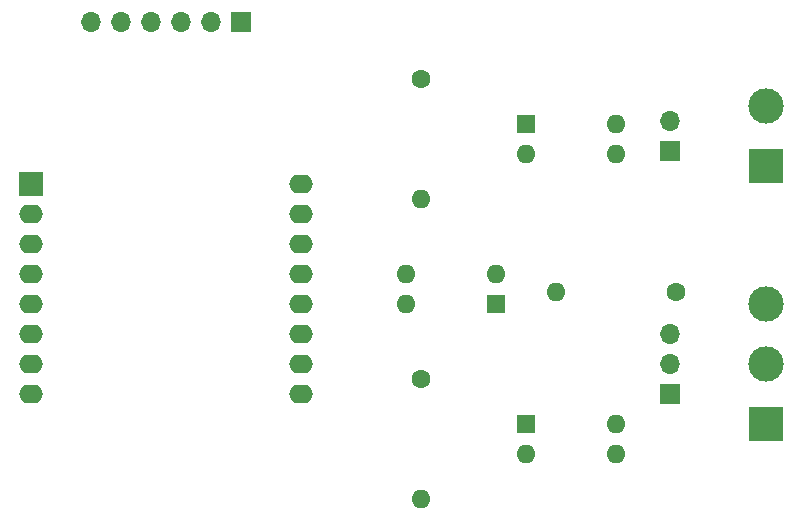
<source format=gbs>
%TF.GenerationSoftware,KiCad,Pcbnew,5.1.10*%
%TF.CreationDate,2021-10-24T13:16:46+02:00*%
%TF.ProjectId,PCB,5043422e-6b69-4636-9164-5f7063625858,1.0*%
%TF.SameCoordinates,Original*%
%TF.FileFunction,Soldermask,Bot*%
%TF.FilePolarity,Negative*%
%FSLAX46Y46*%
G04 Gerber Fmt 4.6, Leading zero omitted, Abs format (unit mm)*
G04 Created by KiCad (PCBNEW 5.1.10) date 2021-10-24 13:16:46*
%MOMM*%
%LPD*%
G01*
G04 APERTURE LIST*
%ADD10O,1.700000X1.700000*%
%ADD11R,1.700000X1.700000*%
%ADD12C,3.000000*%
%ADD13R,3.000000X3.000000*%
%ADD14O,2.000000X1.600000*%
%ADD15R,2.000000X2.000000*%
%ADD16O,1.600000X1.600000*%
%ADD17R,1.600000X1.600000*%
%ADD18C,1.600000*%
G04 APERTURE END LIST*
D10*
X104902000Y-107950000D03*
X104902000Y-110490000D03*
D11*
X104902000Y-113030000D03*
D10*
X104902000Y-89916000D03*
D11*
X104902000Y-92456000D03*
D12*
X113030000Y-105410000D03*
X113030000Y-110490000D03*
D13*
X113030000Y-115570000D03*
D12*
X113030000Y-88646000D03*
D13*
X113030000Y-93726000D03*
D10*
X55880000Y-81534000D03*
X58420000Y-81534000D03*
X60960000Y-81534000D03*
X63500000Y-81534000D03*
X66040000Y-81534000D03*
D11*
X68580000Y-81534000D03*
D14*
X73660000Y-95250000D03*
X73660000Y-97790000D03*
X73660000Y-100330000D03*
X73660000Y-102870000D03*
X73660000Y-105410000D03*
X73660000Y-107950000D03*
X73660000Y-110490000D03*
X73660000Y-113030000D03*
X50800000Y-113030000D03*
X50800000Y-110490000D03*
X50800000Y-107950000D03*
X50800000Y-105410000D03*
X50800000Y-102870000D03*
X50800000Y-100330000D03*
D15*
X50800000Y-95250000D03*
D14*
X50800000Y-97790000D03*
D16*
X100330000Y-90170000D03*
X92710000Y-92710000D03*
X100330000Y-92710000D03*
D17*
X92710000Y-90170000D03*
D16*
X100330000Y-115570000D03*
X92710000Y-118110000D03*
X100330000Y-118110000D03*
D17*
X92710000Y-115570000D03*
D16*
X82550000Y-105410000D03*
X90170000Y-102870000D03*
X82550000Y-102870000D03*
D17*
X90170000Y-105410000D03*
D16*
X95250000Y-104394000D03*
D18*
X105410000Y-104394000D03*
D16*
X83820000Y-96520000D03*
D18*
X83820000Y-86360000D03*
D16*
X83820000Y-121920000D03*
D18*
X83820000Y-111760000D03*
M02*

</source>
